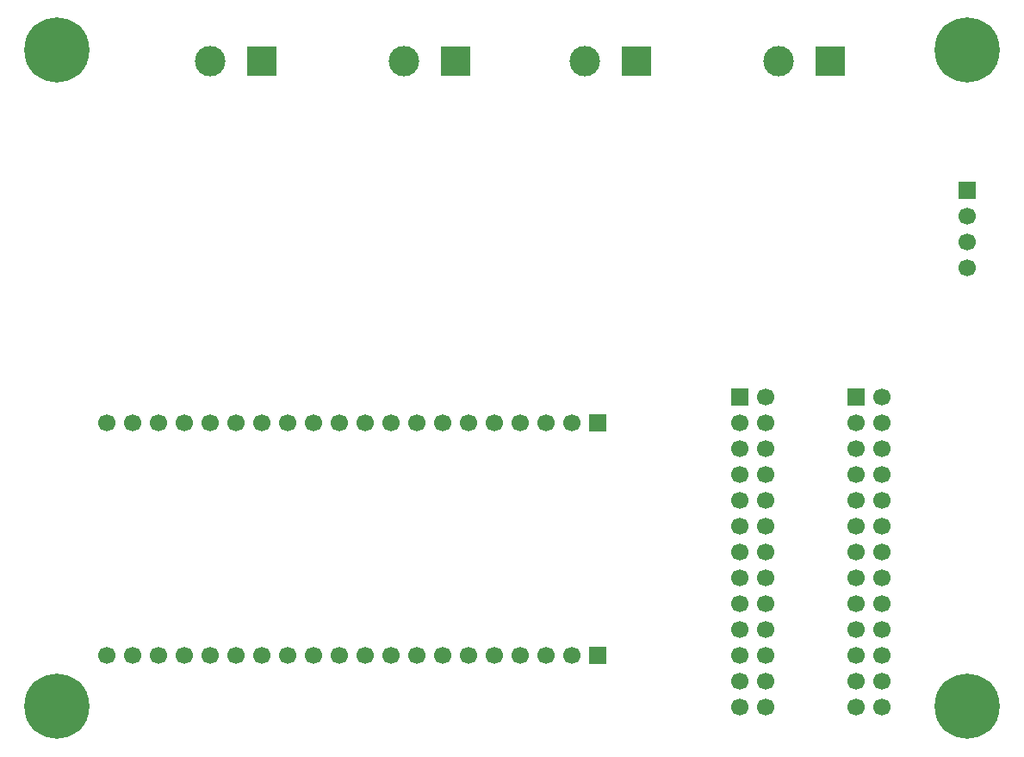
<source format=gbs>
G04 #@! TF.GenerationSoftware,KiCad,Pcbnew,9.0.3-9.0.3-0~ubuntu22.04.1*
G04 #@! TF.CreationDate,2025-07-12T08:51:18+01:00*
G04 #@! TF.ProjectId,dali-pcb,64616c69-2d70-4636-922e-6b696361645f,rev?*
G04 #@! TF.SameCoordinates,Original*
G04 #@! TF.FileFunction,Soldermask,Bot*
G04 #@! TF.FilePolarity,Negative*
%FSLAX46Y46*%
G04 Gerber Fmt 4.6, Leading zero omitted, Abs format (unit mm)*
G04 Created by KiCad (PCBNEW 9.0.3-9.0.3-0~ubuntu22.04.1) date 2025-07-12 08:51:18*
%MOMM*%
%LPD*%
G01*
G04 APERTURE LIST*
%ADD10R,1.700000X1.700000*%
%ADD11C,1.700000*%
%ADD12R,3.000000X3.000000*%
%ADD13C,3.000000*%
%ADD14C,6.400000*%
G04 APERTURE END LIST*
D10*
X87630000Y-54610000D03*
D11*
X90170000Y-54610000D03*
X87630000Y-57150000D03*
X90170000Y-57150000D03*
X87630000Y-59690000D03*
X90170000Y-59690000D03*
X87630000Y-62230000D03*
X90170000Y-62230000D03*
X87630000Y-64770000D03*
X90170000Y-64770000D03*
X87630000Y-67310000D03*
X90170000Y-67310000D03*
X87630000Y-69850000D03*
X90170000Y-69850000D03*
X87630000Y-72390000D03*
X90170000Y-72390000D03*
X87630000Y-74930000D03*
X90170000Y-74930000D03*
X87630000Y-77470000D03*
X90170000Y-77470000D03*
X87630000Y-80010000D03*
X90170000Y-80010000D03*
X87630000Y-82550000D03*
X90170000Y-82550000D03*
X87630000Y-85090000D03*
X90170000Y-85090000D03*
D12*
X40640000Y-21590000D03*
D13*
X35560000Y-21590000D03*
D10*
X73660000Y-57150000D03*
D11*
X71120000Y-57150000D03*
X68580000Y-57150000D03*
X66040000Y-57150000D03*
X63500000Y-57150000D03*
X60960000Y-57150000D03*
X58420000Y-57150000D03*
X55880000Y-57150000D03*
X53340000Y-57150000D03*
X50800000Y-57150000D03*
X48260000Y-57150000D03*
X45720000Y-57150000D03*
X43180000Y-57150000D03*
X40640000Y-57150000D03*
X38100000Y-57150000D03*
X35560000Y-57150000D03*
X33020000Y-57150000D03*
X30480000Y-57150000D03*
X27940000Y-57150000D03*
X25400000Y-57150000D03*
D14*
X109990000Y-20490000D03*
D12*
X96520000Y-21590000D03*
D13*
X91440000Y-21590000D03*
D10*
X109982000Y-34290000D03*
D11*
X109982000Y-36830000D03*
X109982000Y-39370000D03*
X109982000Y-41910000D03*
D14*
X20490000Y-20490000D03*
X109990000Y-84990000D03*
D10*
X73660000Y-80010000D03*
D11*
X71120000Y-80010000D03*
X68580000Y-80010000D03*
X66040000Y-80010000D03*
X63500000Y-80010000D03*
X60960000Y-80010000D03*
X58420000Y-80010000D03*
X55880000Y-80010000D03*
X53340000Y-80010000D03*
X50800000Y-80010000D03*
X48260000Y-80010000D03*
X45720000Y-80010000D03*
X43180000Y-80010000D03*
X40640000Y-80010000D03*
X38100000Y-80010000D03*
X35560000Y-80010000D03*
X33020000Y-80010000D03*
X30480000Y-80010000D03*
X27940000Y-80010000D03*
X25400000Y-80010000D03*
D12*
X77462789Y-21590000D03*
D13*
X72382789Y-21590000D03*
D14*
X20490000Y-84990000D03*
D10*
X99060000Y-54610000D03*
D11*
X101600000Y-54610000D03*
X99060000Y-57150000D03*
X101600000Y-57150000D03*
X99060000Y-59690000D03*
X101600000Y-59690000D03*
X99060000Y-62230000D03*
X101600000Y-62230000D03*
X99060000Y-64770000D03*
X101600000Y-64770000D03*
X99060000Y-67310000D03*
X101600000Y-67310000D03*
X99060000Y-69850000D03*
X101600000Y-69850000D03*
X99060000Y-72390000D03*
X101600000Y-72390000D03*
X99060000Y-74930000D03*
X101600000Y-74930000D03*
X99060000Y-77470000D03*
X101600000Y-77470000D03*
X99060000Y-80010000D03*
X101600000Y-80010000D03*
X99060000Y-82550000D03*
X101600000Y-82550000D03*
X99060000Y-85090000D03*
X101600000Y-85090000D03*
D12*
X59682789Y-21590000D03*
D13*
X54602789Y-21590000D03*
M02*

</source>
